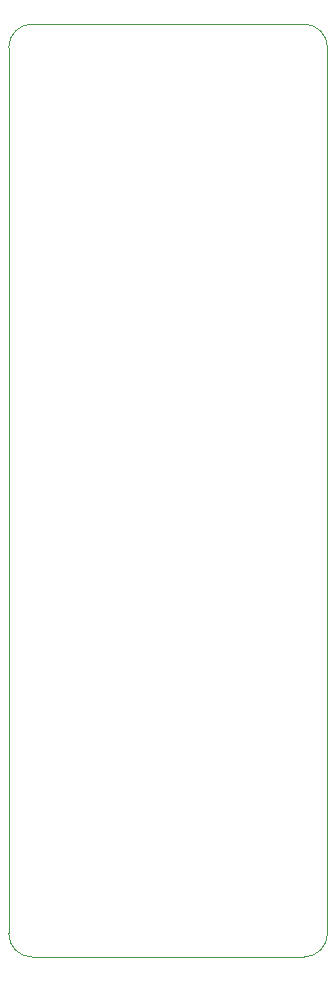
<source format=gbr>
%TF.GenerationSoftware,KiCad,Pcbnew,(6.0.0)*%
%TF.CreationDate,2022-05-13T15:55:31+02:00*%
%TF.ProjectId,carte fils araign_e,63617274-6520-4666-996c-732061726169,rev?*%
%TF.SameCoordinates,Original*%
%TF.FileFunction,Profile,NP*%
%FSLAX46Y46*%
G04 Gerber Fmt 4.6, Leading zero omitted, Abs format (unit mm)*
G04 Created by KiCad (PCBNEW (6.0.0)) date 2022-05-13 15:55:31*
%MOMM*%
%LPD*%
G01*
G04 APERTURE LIST*
%TA.AperFunction,Profile*%
%ADD10C,0.100000*%
%TD*%
G04 APERTURE END LIST*
D10*
X152000000Y-164000000D02*
X129000000Y-164000000D01*
X129000000Y-85000000D02*
G75*
G03*
X127000000Y-87000000I-1J-1999999D01*
G01*
X152000000Y-164000000D02*
G75*
G03*
X154000000Y-162000000I1J1999999D01*
G01*
X154000000Y-87000000D02*
X154000000Y-162000000D01*
X129000000Y-85000000D02*
X152000000Y-85000000D01*
X127000000Y-162000000D02*
X127000000Y-87000000D01*
X154000000Y-87000000D02*
G75*
G03*
X152000000Y-85000000I-1999999J1D01*
G01*
X127000000Y-162000000D02*
G75*
G03*
X129000000Y-164000000I1999999J-1D01*
G01*
M02*

</source>
